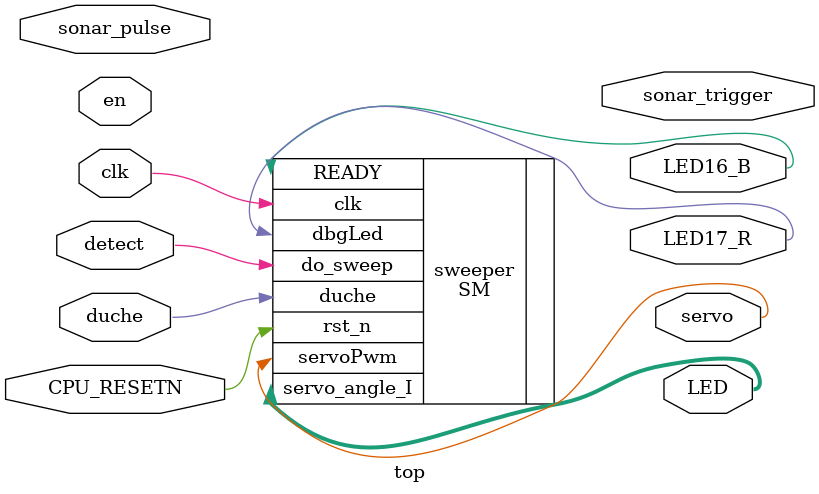
<source format=v>
`timescale 1ns / 1ps


module top(
input en, clk, CPU_RESETN, 
input detect, sonar_pulse,
output servo, sonar_trigger, LED16_B, LED17_R,
output [8:0] LED,
input duche
);
 


wire [7:0] angle_I;

SM sweeper(
    .clk(clk),
    .duche(duche),
    //    .clk_sonar(clk10),
    .do_sweep(detect),
    .rst_n(CPU_RESETN),
    .servoPwm(servo),
//    .sonar_pulse(sonar_pulse),
//    .sonar_trigger(sonar_trigger),
    .servo_angle_I(LED),
    .READY(LED16_B),
    .dbgLed(LED17_R)
);

//sonar sonar(
//    .clk(clk10),
//    .rst_n(CPU_RESETN),
//    .do_measure(detect),
//    .sonar_pulse(sonar_pulse),
//    .inches(LED),
//    .sonar_trigger(sonar_trigger),
//    .READY(LED16_B)
//);

//ila_0 ila(
//    .clk(CLK100MHZ),
//    .probe0(LED),
//    .probe1(LED16_B),
//    .probe2(sonar_trigger),
//    .probe3(sonar_pulse));

//scanner scanner(
//    .scan(angle_I),
//    .fire(fire),
//    .en(en),
//    .clk(CLK100MHZ),
//    .detect(detect)
//);

//servoDriver servoDriver(
//    .angle(angle_I),
//    .servoPwm(servo),
//    .rst_n(CPU_RESETN),
//    .clk(CLK100MHZ)
//);

endmodule

</source>
